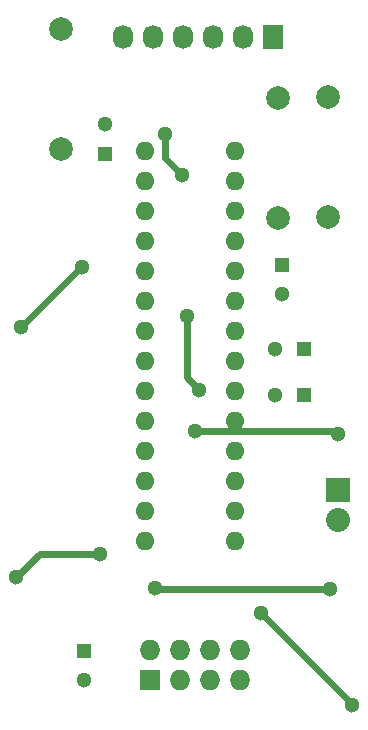
<source format=gbr>
G04 #@! TF.FileFunction,Copper,L1,Top,Signal*
%FSLAX46Y46*%
G04 Gerber Fmt 4.6, Leading zero omitted, Abs format (unit mm)*
G04 Created by KiCad (PCBNEW 4.0.1-3.201512221401+6198~38~ubuntu15.10.1-stable) date dom 03 ene 2016 17:04:19 ART*
%MOMM*%
G01*
G04 APERTURE LIST*
%ADD10C,0.100000*%
%ADD11O,1.600000X1.600000*%
%ADD12R,1.300000X1.300000*%
%ADD13C,1.300000*%
%ADD14R,1.727200X1.727200*%
%ADD15O,1.727200X1.727200*%
%ADD16R,1.727200X2.032000*%
%ADD17O,1.727200X2.032000*%
%ADD18R,2.032000X2.032000*%
%ADD19O,2.032000X2.032000*%
%ADD20C,1.998980*%
%ADD21C,0.600000*%
G04 APERTURE END LIST*
D10*
D11*
X160883600Y-105333800D03*
X160883600Y-107873800D03*
X160883600Y-110413800D03*
X160883600Y-112953800D03*
X160883600Y-115493800D03*
X160883600Y-118033800D03*
X160883600Y-120573800D03*
X160883600Y-123113800D03*
X160883600Y-125653800D03*
X160883600Y-128193800D03*
X160883600Y-130733800D03*
X160883600Y-133273800D03*
X160883600Y-135813800D03*
X160883600Y-138353800D03*
X168503600Y-138353800D03*
X168503600Y-135813800D03*
X168503600Y-133273800D03*
X168503600Y-130733800D03*
X168503600Y-128193800D03*
X168503600Y-125653800D03*
X168503600Y-123113800D03*
X168503600Y-120573800D03*
X168503600Y-118033800D03*
X168503600Y-115493800D03*
X168503600Y-112953800D03*
X168503600Y-110413800D03*
X168503600Y-107873800D03*
X168503600Y-105333800D03*
D12*
X174345600Y-126009400D03*
D13*
X171845600Y-126009400D03*
D12*
X174345600Y-122097800D03*
D13*
X171845600Y-122097800D03*
D12*
X155676600Y-147624800D03*
D13*
X155676600Y-150124800D03*
D12*
X157505400Y-105537000D03*
D13*
X157505400Y-103037000D03*
D12*
X172491400Y-114935000D03*
D13*
X172491400Y-117435000D03*
D14*
X161264600Y-150139400D03*
D15*
X161264600Y-147599400D03*
X163804600Y-150139400D03*
X163804600Y-147599400D03*
X166344600Y-150139400D03*
X166344600Y-147599400D03*
X168884600Y-150139400D03*
X168884600Y-147599400D03*
D16*
X171678600Y-95631000D03*
D17*
X169138600Y-95631000D03*
X166598600Y-95631000D03*
X164058600Y-95631000D03*
X161518600Y-95631000D03*
X158978600Y-95631000D03*
D18*
X177215800Y-134010400D03*
D19*
X177215800Y-136550400D03*
D20*
X153746200Y-95021400D03*
X153746200Y-105181400D03*
X172110400Y-100812600D03*
X172110400Y-110972600D03*
X176403000Y-110871000D03*
X176403000Y-100711000D03*
D13*
X164388800Y-119303800D03*
X165455600Y-125552200D03*
X176555400Y-142392400D03*
X161696400Y-142316200D03*
X164007800Y-107391200D03*
X162560000Y-103911400D03*
X155498800Y-115112800D03*
X150342600Y-120192800D03*
X178358800Y-152222200D03*
X170662600Y-144475200D03*
X157073600Y-139471400D03*
X149987000Y-141427200D03*
X165100000Y-129006600D03*
X177190400Y-129260600D03*
D21*
X164388800Y-124485400D02*
X164388800Y-119303800D01*
X165455600Y-125552200D02*
X164388800Y-124485400D01*
X161772600Y-142392400D02*
X176555400Y-142392400D01*
X161696400Y-142316200D02*
X161772600Y-142392400D01*
X164007800Y-107391200D02*
X162560000Y-105943400D01*
X162560000Y-105943400D02*
X162560000Y-103911400D01*
X155422600Y-115112800D02*
X155498800Y-115112800D01*
X150342600Y-120192800D02*
X155422600Y-115112800D01*
X178358800Y-152171400D02*
X178358800Y-152222200D01*
X170662600Y-144475200D02*
X178358800Y-152171400D01*
X157073600Y-139471400D02*
X157022800Y-139420600D01*
X157022800Y-139420600D02*
X151993600Y-139420600D01*
X151993600Y-139420600D02*
X149987000Y-141427200D01*
X176936400Y-129006600D02*
X165100000Y-129006600D01*
X177190400Y-129260600D02*
X176936400Y-129006600D01*
M02*

</source>
